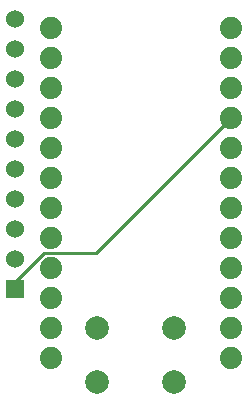
<source format=gbr>
G04 #@! TF.GenerationSoftware,KiCad,Pcbnew,(5.0.1)-4*
G04 #@! TF.CreationDate,2018-12-26T16:50:05+01:00*
G04 #@! TF.ProjectId,EdtrackerDiy,4564747261636B65724469792E6B6963,rev?*
G04 #@! TF.SameCoordinates,Original*
G04 #@! TF.FileFunction,Copper,L1,Top,Signal*
G04 #@! TF.FilePolarity,Positive*
%FSLAX46Y46*%
G04 Gerber Fmt 4.6, Leading zero omitted, Abs format (unit mm)*
G04 Created by KiCad (PCBNEW (5.0.1)-4) date 26/12/2018 16:50:05*
%MOMM*%
%LPD*%
G01*
G04 APERTURE LIST*
G04 #@! TA.AperFunction,ComponentPad*
%ADD10C,1.879600*%
G04 #@! TD*
G04 #@! TA.AperFunction,ComponentPad*
%ADD11C,1.524000*%
G04 #@! TD*
G04 #@! TA.AperFunction,ComponentPad*
%ADD12R,1.524000X1.524000*%
G04 #@! TD*
G04 #@! TA.AperFunction,ComponentPad*
%ADD13C,2.000000*%
G04 #@! TD*
G04 #@! TA.AperFunction,Conductor*
%ADD14C,0.250000*%
G04 #@! TD*
G04 APERTURE END LIST*
D10*
G04 #@! TO.P,B1,1*
G04 #@! TO.N,Net-(B1-Pad1)*
X68834000Y-88963501D03*
G04 #@! TO.P,B1,2*
G04 #@! TO.N,Net-(B1-Pad2)*
X68834000Y-91503501D03*
G04 #@! TO.P,B1,3*
G04 #@! TO.N,GND*
X68834000Y-94043501D03*
G04 #@! TO.P,B1,4*
X68834000Y-96583501D03*
G04 #@! TO.P,B1,5*
G04 #@! TO.N,Net-(B1-Pad5)*
X68834000Y-99123501D03*
G04 #@! TO.P,B1,6*
G04 #@! TO.N,Net-(B1-Pad6)*
X68834000Y-101663501D03*
G04 #@! TO.P,B1,7*
G04 #@! TO.N,Net-(B1-Pad7)*
X68834000Y-104203501D03*
G04 #@! TO.P,B1,8*
G04 #@! TO.N,Net-(B1-Pad8)*
X68834000Y-106743501D03*
G04 #@! TO.P,B1,9*
G04 #@! TO.N,Net-(B1-Pad9)*
X68834000Y-109283501D03*
G04 #@! TO.P,B1,10*
G04 #@! TO.N,Net-(B1-Pad10)*
X68834000Y-111823501D03*
G04 #@! TO.P,B1,11*
G04 #@! TO.N,Net-(B1-Pad11)*
X68834000Y-114363501D03*
G04 #@! TO.P,B1,12*
G04 #@! TO.N,Net-(B1-Pad12)*
X68834000Y-116903501D03*
G04 #@! TO.P,B1,13*
G04 #@! TO.N,Net-(B1-Pad13)*
X84074000Y-116903501D03*
G04 #@! TO.P,B1,14*
G04 #@! TO.N,Net-(B1-Pad14)*
X84074000Y-114363501D03*
G04 #@! TO.P,B1,15*
G04 #@! TO.N,Net-(B1-Pad15)*
X84074000Y-111823501D03*
G04 #@! TO.P,B1,16*
G04 #@! TO.N,Net-(B1-Pad16)*
X84074000Y-109283501D03*
G04 #@! TO.P,B1,17*
G04 #@! TO.N,Net-(B1-Pad17)*
X84074000Y-106743501D03*
G04 #@! TO.P,B1,18*
G04 #@! TO.N,Net-(B1-Pad18)*
X84074000Y-104203501D03*
G04 #@! TO.P,B1,19*
G04 #@! TO.N,Net-(B1-Pad19)*
X84074000Y-101663501D03*
G04 #@! TO.P,B1,20*
G04 #@! TO.N,Net-(B1-Pad20)*
X84074000Y-99123501D03*
G04 #@! TO.P,B1,21*
G04 #@! TO.N,VCC*
X84074000Y-96583501D03*
G04 #@! TO.P,B1,22*
G04 #@! TO.N,Net-(B1-Pad22)*
X84074000Y-94043501D03*
G04 #@! TO.P,B1,23*
G04 #@! TO.N,GND*
X84074000Y-91503501D03*
G04 #@! TO.P,B1,24*
G04 #@! TO.N,Net-(B1-Pad24)*
X84074000Y-88963501D03*
G04 #@! TD*
D11*
G04 #@! TO.P,M1,10*
G04 #@! TO.N,Net-(M1-Pad10)*
X65786000Y-88138000D03*
G04 #@! TO.P,M1,9*
G04 #@! TO.N,Net-(M1-Pad9)*
X65786000Y-90678000D03*
G04 #@! TO.P,M1,8*
G04 #@! TO.N,Net-(M1-Pad8)*
X65786000Y-93218000D03*
G04 #@! TO.P,M1,7*
G04 #@! TO.N,Net-(B1-Pad10)*
X65786000Y-95758000D03*
G04 #@! TO.P,M1,6*
G04 #@! TO.N,GND*
X65786000Y-98298000D03*
G04 #@! TO.P,M1,5*
G04 #@! TO.N,Net-(M1-Pad5)*
X65786000Y-100838000D03*
G04 #@! TO.P,M1,4*
G04 #@! TO.N,Net-(B1-Pad5)*
X65786000Y-103378000D03*
G04 #@! TO.P,M1,3*
G04 #@! TO.N,Net-(B1-Pad6)*
X65786000Y-105918000D03*
G04 #@! TO.P,M1,2*
G04 #@! TO.N,GND*
X65786000Y-108458000D03*
D12*
G04 #@! TO.P,M1,1*
G04 #@! TO.N,VCC*
X65786000Y-110998000D03*
G04 #@! TD*
D13*
G04 #@! TO.P,SW1,2*
G04 #@! TO.N,GND*
X79248000Y-118872000D03*
G04 #@! TO.P,SW1,1*
G04 #@! TO.N,Net-(B1-Pad13)*
X79248000Y-114372000D03*
G04 #@! TO.P,SW1,2*
G04 #@! TO.N,GND*
X72748000Y-118872000D03*
G04 #@! TO.P,SW1,1*
G04 #@! TO.N,Net-(B1-Pad13)*
X72748000Y-114372000D03*
G04 #@! TD*
D14*
G04 #@! TO.N,VCC*
X83134201Y-97523300D02*
X84074000Y-96583501D01*
X72638801Y-108018700D02*
X83134201Y-97523300D01*
X68226895Y-108018700D02*
X72638801Y-108018700D01*
X65786000Y-110459595D02*
X68226895Y-108018700D01*
X65786000Y-110998000D02*
X65786000Y-110459595D01*
G04 #@! TD*
M02*

</source>
